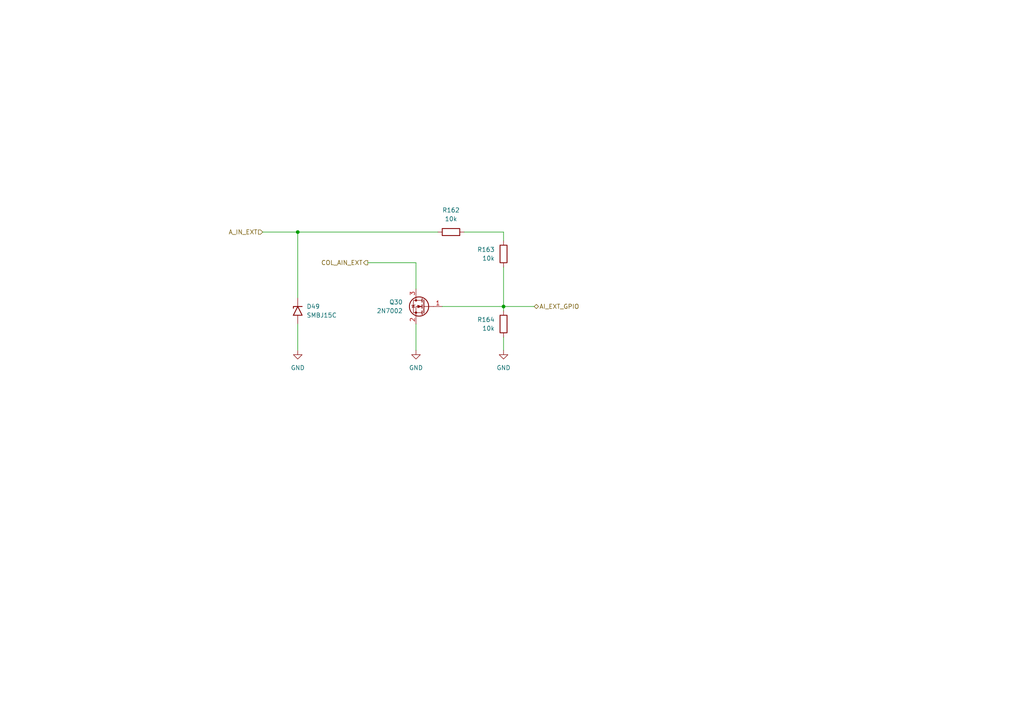
<source format=kicad_sch>
(kicad_sch (version 20211123) (generator eeschema)
  (paper "A4")
  (lib_symbols
    (symbol "Device:R" (pin_numbers hide) (pin_names (offset 0))
      (property "Reference" "R" (at 2.032 0 90))
      (property "Value" "R" (at 0 0 90))
      (symbol "R_0_1"
        (rectangle (start -1.016 -2.54) (end 1.016 2.54) (stroke (width 0.254)))
      )
      (symbol "R_1_1"
        (pin passive line (at 0 3.81 270) (length 1.27) (name "~") (number "1"))
        (pin passive line (at 0 -3.81 90) (length 1.27) (name "~") (number "2"))
      )
    )
    (symbol "Diode:SM6T6V8A" (pin_numbers hide) (pin_names (offset 1.016) hide)
      (property "Reference" "D" (at 0 2.54 0))
      (property "Value" "SM6T6V8A" (at 0 -2.54 0))
      (symbol "SM6T6V8A_0_1"
        (polyline (pts (xy -0.762 1.27) (xy -1.27 1.27) (xy -1.27 -1.27)) (stroke (width 0.254)))
        (polyline (pts (xy 1.27 1.27) (xy 1.27 -1.27) (xy -1.27 0) (xy 1.27 1.27)) (stroke (width 0.254)))
      )
      (symbol "SM6T6V8A_1_1"
        (pin passive line (at -3.81 0 0) (length 2.54) (name "A1") (number "1"))
        (pin passive line (at 3.81 0 180) (length 2.54) (name "A2") (number "2"))
      )
    )
    (symbol "Transistor_FET:2N7002" (pin_names hide)
      (property "Reference" "Q" (at 5.08 1.905 0))
      (property "Value" "2N7002" (at 5.08 0 0))
      (symbol "2N7002_0_1"
        (polyline (pts (xy 0.254 0) (xy -2.54 0)))
        (polyline (pts (xy 0.254 1.905) (xy 0.254 -1.905)) (stroke (width 0.254)))
        (polyline (pts (xy 0.762 -1.27) (xy 0.762 -2.286)) (stroke (width 0.254)))
        (polyline (pts (xy 0.762 0.508) (xy 0.762 -0.508)) (stroke (width 0.254)))
        (polyline (pts (xy 0.762 2.286) (xy 0.762 1.27)) (stroke (width 0.254)))
        (polyline (pts (xy 2.54 2.54) (xy 2.54 1.778)))
        (polyline (pts (xy 2.54 -2.54) (xy 2.54 0) (xy 0.762 0)))
        (polyline (pts (xy 0.762 -1.778) (xy 3.302 -1.778) (xy 3.302 1.778) (xy 0.762 1.778)))
        (polyline (pts (xy 1.016 0) (xy 2.032 0.381) (xy 2.032 -0.381) (xy 1.016 0)) (fill (type outline)))
        (polyline (pts (xy 2.794 0.508) (xy 2.921 0.381) (xy 3.683 0.381) (xy 3.81 0.254)))
        (polyline (pts (xy 3.302 0.381) (xy 2.921 -0.254) (xy 3.683 -0.254) (xy 3.302 0.381)))
        (circle (center 1.651 0) (radius 2.794) (stroke (width 0.254)))
        (circle (center 2.54 -1.778) (radius 0.254) (fill (type outline)))
        (circle (center 2.54 1.778) (radius 0.254) (fill (type outline)))
      )
      (symbol "2N7002_1_1"
        (pin input line (at -5.08 0 0) (length 2.54) (name "G") (number "1"))
        (pin passive line (at 2.54 -5.08 90) (length 2.54) (name "S") (number "2"))
        (pin passive line (at 2.54 5.08 270) (length 2.54) (name "D") (number "3"))
      )
    )
    (symbol "power:GND" (power) (pin_names (offset 0))
      (property "Value" "GND" (at 0 -3.81 0))
      (symbol "GND_0_1"
        (polyline (pts (xy 0 0) (xy 0 -1.27) (xy 1.27 -1.27) (xy 0 -2.54) (xy -1.27 -1.27) (xy 0 -1.27)))
      )
      (symbol "GND_1_1"
        (pin power_in line (at 0 0 270) (length 0) hide (name "GND") (number "1"))
      )
    )
  )
  (junction (at 146.05 88.9))
  (junction (at 86.36 67.31))
  (wire (pts (xy 146.05 67.31) (xy 146.05 69.85)))
  (wire (pts (xy 146.05 88.9) (xy 154.94 88.9)))
  (wire (pts (xy 86.36 67.31) (xy 86.36 86.36)))
  (wire (pts (xy 120.65 83.82) (xy 120.65 76.2)))
  (wire (pts (xy 128.27 88.9) (xy 146.05 88.9)))
  (wire (pts (xy 120.65 93.98) (xy 120.65 101.6)))
  (wire (pts (xy 86.36 67.31) (xy 127 67.31)))
  (wire (pts (xy 86.36 93.98) (xy 86.36 101.6)))
  (wire (pts (xy 146.05 88.9) (xy 146.05 90.17)))
  (wire (pts (xy 76.2 67.31) (xy 86.36 67.31)))
  (wire (pts (xy 146.05 77.47) (xy 146.05 88.9)))
  (wire (pts (xy 146.05 97.79) (xy 146.05 101.6)))
  (wire (pts (xy 120.65 76.2) (xy 106.68 76.2)))
  (wire (pts (xy 134.62 67.31) (xy 146.05 67.31)))
  (hierarchical_label "COL_AIN_EXT" (shape output) (at 106.68 76.2 180))
  (hierarchical_label "A_IN_EXT" (shape input) (at 76.2 67.31 180))
  (hierarchical_label "AI_EXT_GPIO" (shape bidirectional) (at 154.94 88.9 0))
  (symbol (lib_id "Transistor_FET:2N7002") (at 123.19 88.9 0) (mirror y)
    (property "Reference" "Q30" (at 116.84 87.6299 0) (effects (justify left)))
    (property "Value" "2N7002" (at 116.84 90.1699 0) (effects (justify left)))
    (property "Footprint" "Package_TO_SOT_SMD:SOT-23" (effects hide))
    (property "Datasheet" "https://www.onsemi.com/pub/Collateral/NDS7002A-D.PDF" (effects hide))
  )
  (symbol (lib_id "Device:R") (at 130.81 67.31 270) (mirror x)
    (property "Reference" "R162" (at 130.81 60.96 90))
    (property "Value" "10k" (at 130.81 63.5 90))
    (property "Footprint" "Resistor_SMD:R_0805_2012Metric_Pad1.20x1.40mm_HandSolder" (effects hide))
  )
  (symbol (lib_id "Device:R") (at 146.05 93.98 0) (mirror y)
    (property "Reference" "R164" (at 143.51 92.7099 0) (effects (justify left)))
    (property "Value" "10k" (at 143.51 95.2499 0) (effects (justify left)))
    (property "Footprint" "Resistor_SMD:R_0805_2012Metric_Pad1.20x1.40mm_HandSolder" (effects hide))
  )
  (symbol (lib_id "Device:R") (at 146.05 73.66 0) (mirror y)
    (property "Reference" "R163" (at 143.51 72.3899 0) (effects (justify left)))
    (property "Value" "10k" (at 143.51 74.9299 0) (effects (justify left)))
    (property "Footprint" "Resistor_SMD:R_0805_2012Metric_Pad1.20x1.40mm_HandSolder" (effects hide))
  )
  (symbol (lib_id "power:GND") (at 86.36 101.6 0)
    (property "Reference" "#PWR0279" (effects hide))
    (property "Value" "GND" (at 86.36 106.68 0))
  )
  (symbol (lib_id "power:GND") (at 120.65 101.6 0)
    (property "Reference" "#PWR0278" (effects hide))
    (property "Value" "GND" (at 120.65 106.68 0))
  )
  (symbol (lib_id "Diode:SM6T6V8A") (at 86.36 90.17 90) (mirror x)
    (property "Reference" "D49" (at 88.9 88.8999 90) (effects (justify right)))
    (property "Value" "SMBJ15C" (at 88.9 91.4399 90) (effects (justify right)))
    (property "Footprint" "transils:D_SMBJ_SMA-SMB_Universal_Handsoldering" (effects hide))
    (property "Datasheet" "https://www.st.com/resource/en/datasheet/sm6t.pdf" (effects hide))
  )
  (symbol (lib_id "power:GND") (at 146.05 101.6 0)
    (property "Reference" "#PWR0280" (effects hide))
    (property "Value" "GND" (at 146.05 106.68 0))
  )
)
</source>
